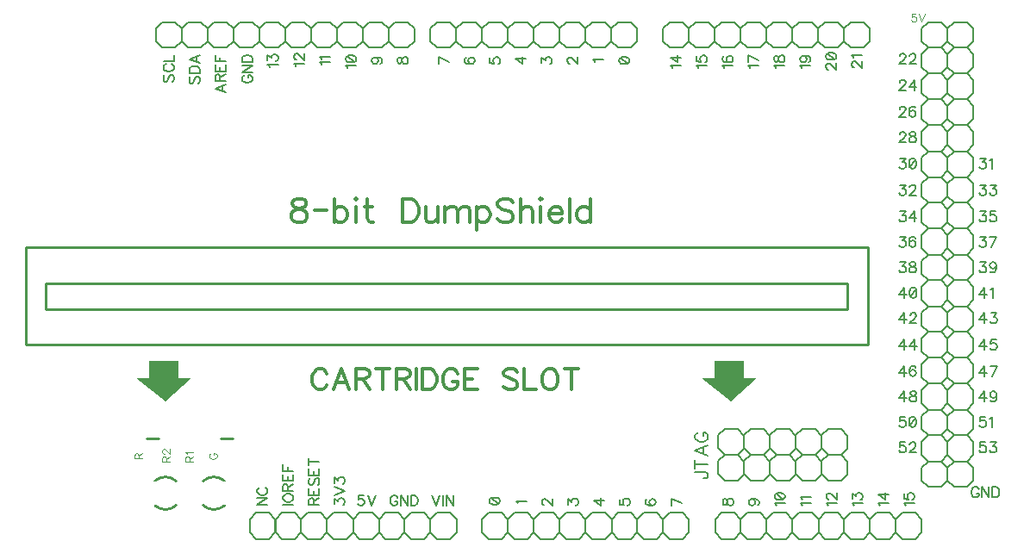
<source format=gto>
G04 DipTrace 3.2.0.1*
G04 top_silk.gto*
%MOIN*%
G04 #@! TF.FileFunction,Legend,Top*
G04 #@! TF.Part,Single*
%ADD10C,0.009843*%
%ADD14C,0.007874*%
%ADD40C,0.004632*%
%ADD41C,0.00772*%
%ADD42C,0.013895*%
%ADD44C,0.012351*%
%ADD45C,0.006176*%
%FSLAX26Y26*%
G04*
G70*
G90*
G75*
G01*
G04 TopSilk*
%LPD*%
X1304825Y830807D2*
D10*
X1257580D1*
X1017325D2*
X970080D1*
X1003143Y666701D2*
G02X1085375Y665567I40474J-47136D01*
G01*
X1003143Y570701D2*
G03X1085375Y571835I40474J47136D01*
G01*
X1271761Y570701D2*
G02X1189530Y571835I-40474J47136D01*
G01*
X1271761Y666701D2*
G03X1189530Y665567I-40474J-47136D01*
G01*
X3681154Y1431234D2*
Y1331196D1*
G36*
X3168831Y1131178D2*
X3281268D1*
Y1024961D1*
X3168831D1*
Y1131178D1*
G37*
X581467Y1431175D2*
D10*
Y1331314D1*
X3681154Y1331196D2*
X581467Y1331314D1*
X3681154Y1431234D2*
X581467Y1431175D1*
G36*
X981027Y1131178D2*
X1093464D1*
Y1024961D1*
X981027D1*
Y1131178D1*
G37*
G36*
X931163Y1062446D2*
X1043601Y974942D1*
X1143654Y1062446D1*
X931163D1*
G37*
G36*
X3118641D2*
X3231078Y974942D1*
X3331131Y1062446D1*
X3118641D1*
G37*
X503249Y1568995D2*
D10*
X3762304D1*
Y1194207D1*
X503249D1*
Y1568995D1*
X3306303Y867251D2*
D14*
X3356033D1*
X3381148Y842262D1*
Y792065D1*
X3356033Y767495D1*
X3306303D1*
X3280838Y792484D1*
Y842681D1*
X3305903Y867251D1*
X3206343D2*
X3256073D1*
X3281138Y842262D1*
Y792065D1*
X3256073Y767495D1*
X3206343D1*
X3180827Y792484D1*
Y842681D1*
X3205892Y867251D1*
X3406313D2*
X3456043D1*
X3481108Y842262D1*
Y792065D1*
X3456043Y767495D1*
X3406313D1*
X3380848Y792484D1*
Y842681D1*
X3405913Y867251D1*
X3506323D2*
X3556053D1*
X3581118Y842262D1*
Y792065D1*
X3556053Y767495D1*
X3506323D1*
X3480808Y792484D1*
Y842681D1*
X3505923Y867251D1*
X3606333D2*
X3656063D1*
X3681128Y842262D1*
Y792065D1*
X3656063Y767495D1*
X3606333D1*
X3580818Y792484D1*
Y842681D1*
X3605883Y867251D1*
X3206343Y767255D2*
X3256073D1*
X3281138Y742267D1*
Y692069D1*
X3256073Y667500D1*
X3206343D1*
X3180827Y692489D1*
Y742686D1*
X3205892Y767255D1*
X3306303D2*
X3356033D1*
X3381148Y742267D1*
Y692069D1*
X3356033Y667500D1*
X3306303D1*
X3280838Y692489D1*
Y742686D1*
X3305903Y767255D1*
X3406313D2*
X3456043D1*
X3481108Y742267D1*
Y692069D1*
X3456043Y667500D1*
X3406313D1*
X3380848Y692489D1*
Y742686D1*
X3405913Y767255D1*
X3506323D2*
X3556053D1*
X3581118Y742267D1*
Y692069D1*
X3556053Y667500D1*
X3506323D1*
X3480808Y692489D1*
Y742686D1*
X3505923Y767255D1*
X3606333D2*
X3656063D1*
X3681128Y742267D1*
Y692069D1*
X3656063Y667500D1*
X3606333D1*
X3580818Y692489D1*
Y742686D1*
X3605883Y767255D1*
X1494152Y542381D2*
X1543877D1*
X1568952Y517181D1*
Y467201D1*
X1544302Y442211D1*
X1494152D1*
X1469077Y467621D1*
Y517601D1*
X1493727Y542381D1*
X1393852D2*
X1444002D1*
X1468652Y517181D1*
Y467201D1*
X1444427Y442211D1*
X1393852D1*
X1369202Y467621D1*
Y517601D1*
X1393852Y542381D1*
X1131202Y2442251D2*
X1180927D1*
X1206427Y2417261D1*
Y2367071D1*
X1181352Y2342501D1*
X1131202D1*
X1106552Y2367491D1*
Y2417681D1*
X1131202Y2442251D1*
X1031327D2*
X1081052D1*
X1106127Y2417261D1*
Y2367071D1*
X1081477Y2342501D1*
X1031327D1*
X1006252Y2367491D1*
Y2417681D1*
X1030902Y2442251D1*
X4093877D2*
X4143177D1*
X4168677Y2417261D1*
Y2367071D1*
X4143602Y2342501D1*
X4093877D1*
X4068377Y2367491D1*
Y2417681D1*
X4093452Y2442251D1*
X1231502D2*
X1280802D1*
X1306302Y2417261D1*
Y2367071D1*
X1281227Y2342501D1*
X1231502D1*
X1206427Y2367491D1*
Y2417681D1*
X1231077Y2442251D1*
X1331377D2*
X1381102D1*
X1406602Y2417261D1*
Y2367071D1*
X1381527Y2342501D1*
X1331377D1*
X1306302Y2367491D1*
Y2417681D1*
X1331377Y2442251D1*
X1431252D2*
X1480977D1*
X1506052Y2417261D1*
Y2367071D1*
X1481402Y2342501D1*
X1431252D1*
X1406602Y2367491D1*
Y2417681D1*
X1430827Y2442251D1*
X1531552D2*
X1581277D1*
X1606352Y2417261D1*
Y2367071D1*
X1581277Y2342501D1*
X1531552D1*
X1506052Y2367491D1*
Y2417681D1*
X1531127Y2442251D1*
X1631427D2*
X1680727D1*
X1706227Y2417261D1*
Y2367071D1*
X1681577Y2342501D1*
X1631427D1*
X1606352Y2367491D1*
Y2417681D1*
X1631002Y2442251D1*
X1731727D2*
X1781027D1*
X1806527Y2417261D1*
Y2367071D1*
X1781452Y2342501D1*
X1731727D1*
X1706227Y2367491D1*
Y2417681D1*
X1731302Y2442251D1*
X1831177D2*
X1880902D1*
X1906402Y2417261D1*
Y2367071D1*
X1881752Y2342501D1*
X1831177D1*
X1806527Y2367491D1*
Y2417681D1*
X1831177Y2442251D1*
X1931477D2*
X1981202D1*
X2006277Y2417261D1*
Y2367071D1*
X1981627Y2342501D1*
X1931477D1*
X1906402Y2367491D1*
Y2417681D1*
X1931052Y2442251D1*
X2093827D2*
X2143552D1*
X2168627Y2417261D1*
Y2367071D1*
X2143552Y2342501D1*
X2093827D1*
X2068327Y2367491D1*
Y2417681D1*
X2093402Y2442251D1*
X3294027Y542381D2*
X3343752D1*
X3368827Y517181D1*
Y467201D1*
X3344177Y442211D1*
X3294027D1*
X3268952Y467621D1*
Y517601D1*
X3293602Y542381D1*
X3394327D2*
X3443627D1*
X3468702Y517181D1*
Y467201D1*
X3444052Y442211D1*
X3394327D1*
X3368827Y467621D1*
Y517601D1*
X3393477Y542381D1*
X3494202D2*
X3543502D1*
X3569002Y517181D1*
Y467201D1*
X3543927Y442211D1*
X3494202D1*
X3468702Y467621D1*
Y517601D1*
X3493777Y542381D1*
X3594077D2*
X3643802D1*
X3668877Y517181D1*
Y467201D1*
X3644227Y442211D1*
X3594077D1*
X3569002Y467621D1*
Y517601D1*
X3593652Y542381D1*
X3693952D2*
X3743677D1*
X3768752Y517181D1*
Y467201D1*
X3744102Y442211D1*
X3693952D1*
X3668877Y467621D1*
Y517601D1*
X3693527Y542381D1*
X3794252D2*
X3843977D1*
X3868627Y517181D1*
Y467201D1*
X3843977Y442211D1*
X3794252D1*
X3768752Y467621D1*
Y517601D1*
X3793827Y542381D1*
X3894127D2*
X3943427D1*
X3968927Y517181D1*
Y467201D1*
X3943852Y442211D1*
X3894127D1*
X3868627Y467621D1*
Y517601D1*
X3893702Y542381D1*
X2394302D2*
X2444027D1*
X2468677Y517181D1*
Y467201D1*
X2444027Y442211D1*
X2394302D1*
X2368802Y467621D1*
Y517601D1*
X2393452Y542381D1*
X2494177D2*
X2543902D1*
X2568977Y517181D1*
Y467201D1*
X2543902Y442211D1*
X2494177D1*
X2468677Y467621D1*
Y517601D1*
X2493752Y542381D1*
X2594477D2*
X2643777D1*
X2668852Y517181D1*
Y467201D1*
X2644202Y442211D1*
X2594477D1*
X2568977Y467621D1*
Y517601D1*
X2593627Y542381D1*
X2693927D2*
X2743652D1*
X2769152Y517181D1*
Y467201D1*
X2744077Y442211D1*
X2693927D1*
X2668852Y467621D1*
Y517601D1*
X2693927Y542381D1*
X2794227D2*
X2843952D1*
X2868602Y517181D1*
Y467201D1*
X2844377Y442211D1*
X2794227D1*
X2769152Y467621D1*
Y517601D1*
X2793802Y542381D1*
X2894102D2*
X2943827D1*
X2968902Y517181D1*
Y467201D1*
X2943827Y442211D1*
X2894102D1*
X2868602Y467621D1*
Y517601D1*
X2893677Y542381D1*
X2994402D2*
X3043702D1*
X3068777Y517181D1*
Y467201D1*
X3044127Y442211D1*
X2994402D1*
X2968902Y467621D1*
Y517601D1*
X2993552Y542381D1*
X3194152D2*
X3243877D1*
X3268952Y517181D1*
Y467201D1*
X3244302Y442211D1*
X3194152D1*
X3169077Y467621D1*
Y517601D1*
X3193727Y542381D1*
X3093852Y2442251D2*
X3143152D1*
X3168652Y2417261D1*
Y2367071D1*
X3143577Y2342501D1*
X3093852D1*
X3068352Y2367491D1*
Y2417681D1*
X3093427Y2442251D1*
X3193727D2*
X3243027D1*
X3268527Y2417261D1*
Y2367071D1*
X3243877Y2342501D1*
X3193727D1*
X3168652Y2367491D1*
Y2417681D1*
X3193302Y2442251D1*
X3293602D2*
X3343327D1*
X3368827Y2417261D1*
Y2367071D1*
X3343752Y2342501D1*
X3293602D1*
X3268527Y2367491D1*
Y2417681D1*
X3293602Y2442251D1*
X3393477D2*
X3443202D1*
X3468277Y2417261D1*
Y2367071D1*
X3443627Y2342501D1*
X3393477D1*
X3368827Y2367491D1*
Y2417681D1*
X3393052Y2442251D1*
X3493777D2*
X3543502D1*
X3568577Y2417261D1*
Y2367071D1*
X3543502Y2342501D1*
X3493777D1*
X3468277Y2367491D1*
Y2417681D1*
X3493352Y2442251D1*
X3593652D2*
X3642952D1*
X3668452Y2417261D1*
Y2367071D1*
X3643802Y2342501D1*
X3593652D1*
X3568577Y2367491D1*
Y2417681D1*
X3593227Y2442251D1*
X3693527D2*
X3743252D1*
X3768752Y2417261D1*
Y2367071D1*
X3743677Y2342501D1*
X3693527D1*
X3668452Y2367491D1*
Y2417681D1*
X3693527Y2442251D1*
X3993577D2*
X4043302D1*
X4068377Y2417261D1*
Y2367071D1*
X4043727Y2342501D1*
X3993577D1*
X3968502Y2367491D1*
Y2417681D1*
X3993152Y2442251D1*
X1694327Y542381D2*
X1743627D1*
X1769127Y517181D1*
Y467201D1*
X1744052Y442211D1*
X1694327D1*
X1668827Y467621D1*
Y517601D1*
X1693902Y542381D1*
X1793777D2*
X1843927D1*
X1869002Y517181D1*
Y467201D1*
X1844352Y442211D1*
X1793777D1*
X1769127Y467621D1*
Y517601D1*
X1793777Y542381D1*
X1894077D2*
X1943802D1*
X1968877Y517181D1*
Y467201D1*
X1944227Y442211D1*
X1894077D1*
X1869002Y467621D1*
Y517601D1*
X1893652Y542381D1*
X1993952D2*
X2043677D1*
X2068752Y517181D1*
Y467201D1*
X2044102Y442211D1*
X1993952D1*
X1968877Y467621D1*
Y517601D1*
X1993527Y542381D1*
X2094252D2*
X2143552D1*
X2169052Y517181D1*
Y467201D1*
X2143977Y442211D1*
X2094252D1*
X2068752Y467621D1*
Y517601D1*
X2093827Y542381D1*
X2294002D2*
X2343727D1*
X2368802Y517181D1*
Y467201D1*
X2344152Y442211D1*
X2294002D1*
X2268927Y467621D1*
Y517601D1*
X2293577Y542381D1*
X2193702Y2442251D2*
X2243002D1*
X2268502Y2417261D1*
Y2367071D1*
X2243427Y2342501D1*
X2193702D1*
X2168627Y2367491D1*
Y2417681D1*
X2193277Y2442251D1*
X2293577D2*
X2343302D1*
X2368802Y2417261D1*
Y2367071D1*
X2343727Y2342501D1*
X2293577D1*
X2268502Y2367491D1*
Y2417681D1*
X2293577Y2442251D1*
X2393452D2*
X2443177D1*
X2468677Y2417261D1*
Y2367071D1*
X2443602Y2342501D1*
X2393452D1*
X2368802Y2367491D1*
Y2417681D1*
X2393452Y2442251D1*
X2493752D2*
X2543477D1*
X2568552Y2417261D1*
Y2367071D1*
X2543902Y2342501D1*
X2493752D1*
X2468677Y2367491D1*
Y2417681D1*
X2493327Y2442251D1*
X2593627D2*
X2643352D1*
X2668427Y2417261D1*
Y2367071D1*
X2643352Y2342501D1*
X2593627D1*
X2568552Y2367491D1*
Y2417681D1*
X2593202Y2442251D1*
X2693927D2*
X2743227D1*
X2768727Y2417261D1*
Y2367071D1*
X2743652Y2342501D1*
X2693927D1*
X2668427Y2367491D1*
Y2417681D1*
X2693502Y2442251D1*
X2793802D2*
X2843102D1*
X2868602Y2417261D1*
Y2367071D1*
X2843952Y2342501D1*
X2793802D1*
X2768727Y2367491D1*
Y2417681D1*
X2793377Y2442251D1*
X2993552D2*
X3043277D1*
X3068352Y2417261D1*
Y2367071D1*
X3043702Y2342501D1*
X2993552D1*
X2968477Y2367491D1*
Y2417681D1*
X2993127Y2442251D1*
X4093877Y2342501D2*
X4143177D1*
X4168677Y2317091D1*
Y2267111D1*
X4143602Y2242331D1*
X4093877D1*
X4068377Y2267531D1*
Y2317511D1*
X4093452Y2342501D1*
X3993577D2*
X4043302D1*
X4068377Y2317091D1*
Y2267111D1*
X4043727Y2242331D1*
X3993577D1*
X3968502Y2267531D1*
Y2317511D1*
X3993152Y2342501D1*
X4093877Y2242331D2*
X4143177D1*
X4168677Y2217131D1*
Y2167151D1*
X4143602Y2142371D1*
X4093877D1*
X4068377Y2167571D1*
Y2217551D1*
X4093452Y2242331D1*
X3993577D2*
X4043302D1*
X4068377Y2217131D1*
Y2167151D1*
X4043727Y2142371D1*
X3993577D1*
X3968502Y2167571D1*
Y2217551D1*
X3993152Y2242331D1*
X4093877Y2142371D2*
X4143177D1*
X4168677Y2117171D1*
Y2066981D1*
X4143602Y2042411D1*
X4093877D1*
X4068377Y2067401D1*
Y2117591D1*
X4093452Y2142371D1*
X3993577D2*
X4043302D1*
X4068377Y2117171D1*
Y2066981D1*
X4043727Y2042411D1*
X3993577D1*
X3968502Y2067401D1*
Y2117591D1*
X3993152Y2142371D1*
X4093877Y2042411D2*
X4143177D1*
X4168677Y2017211D1*
Y1967231D1*
X4143602Y1942241D1*
X4093877D1*
X4068377Y1967651D1*
Y2017631D1*
X4093452Y2042411D1*
X3993577D2*
X4043302D1*
X4068377Y2017211D1*
Y1967231D1*
X4043727Y1942241D1*
X3993577D1*
X3968502Y1967651D1*
Y2017631D1*
X3993152Y2042411D1*
X4093877Y1942241D2*
X4143177D1*
X4168677Y1917041D1*
Y1867061D1*
X4143602Y1842281D1*
X4093877D1*
X4068377Y1867481D1*
Y1917461D1*
X4093452Y1942241D1*
X3993577D2*
X4043302D1*
X4068377Y1917041D1*
Y1867061D1*
X4043727Y1842281D1*
X3993577D1*
X3968502Y1867481D1*
Y1917461D1*
X3993152Y1942241D1*
X4093877Y1842281D2*
X4143177D1*
X4168677Y1817291D1*
Y1767101D1*
X4143602Y1742321D1*
X4093877D1*
X4068377Y1767521D1*
Y1817711D1*
X4093452Y1842281D1*
X3993577D2*
X4043302D1*
X4068377Y1817291D1*
Y1767101D1*
X4043727Y1742321D1*
X3993577D1*
X3968502Y1767521D1*
Y1817711D1*
X3993152Y1842281D1*
X4093877Y1742321D2*
X4143177D1*
X4168677Y1717121D1*
Y1667141D1*
X4143602Y1642361D1*
X4093877D1*
X4068377Y1667561D1*
Y1717541D1*
X4093452Y1742321D1*
X3993577D2*
X4043302D1*
X4068377Y1717121D1*
Y1667141D1*
X4043727Y1642361D1*
X3993577D1*
X3968502Y1667561D1*
Y1717541D1*
X3993152Y1742321D1*
X4093877Y1642361D2*
X4143177D1*
X4168677Y1617161D1*
Y1567181D1*
X4143602Y1542191D1*
X4093877D1*
X4068377Y1567601D1*
Y1617371D1*
X4093452Y1642361D1*
X3993577D2*
X4043302D1*
X4068377Y1617161D1*
Y1567181D1*
X4043727Y1542191D1*
X3993577D1*
X3968502Y1567601D1*
Y1617371D1*
X3993152Y1642361D1*
X4093877Y1542191D2*
X4143177D1*
X4168677Y1517201D1*
Y1467011D1*
X4143602Y1442441D1*
X4093877D1*
X4068377Y1467431D1*
Y1517621D1*
X4093452Y1542191D1*
X3993577D2*
X4043302D1*
X4068377Y1517201D1*
Y1467011D1*
X4043727Y1442441D1*
X3993577D1*
X3968502Y1467431D1*
Y1517621D1*
X3993152Y1542191D1*
X4093877Y1442441D2*
X4143177D1*
X4168677Y1417031D1*
Y1367261D1*
X4143602Y1342271D1*
X4093877D1*
X4068377Y1367681D1*
Y1417451D1*
X4093452Y1442441D1*
X3993577D2*
X4043302D1*
X4068377Y1417031D1*
Y1367261D1*
X4043727Y1342271D1*
X3993577D1*
X3968502Y1367681D1*
Y1417451D1*
X3993152Y1442441D1*
X4093877Y1342271D2*
X4143177D1*
X4168677Y1317071D1*
Y1267091D1*
X4143602Y1242311D1*
X4093877D1*
X4068377Y1267511D1*
Y1317491D1*
X4093452Y1342271D1*
X3993577D2*
X4043302D1*
X4068377Y1317071D1*
Y1267091D1*
X4043727Y1242311D1*
X3993577D1*
X3968502Y1267511D1*
Y1317491D1*
X3993152Y1342271D1*
X4093877Y1242311D2*
X4143177D1*
X4168677Y1217111D1*
Y1167131D1*
X4143602Y1142351D1*
X4093877D1*
X4068377Y1167551D1*
Y1217531D1*
X4093452Y1242311D1*
X3993577D2*
X4043302D1*
X4068377Y1217111D1*
Y1167131D1*
X4043727Y1142351D1*
X3993577D1*
X3968502Y1167551D1*
Y1217531D1*
X3993152Y1242311D1*
X4093877Y1142351D2*
X4143177D1*
X4168677Y1117151D1*
Y1067171D1*
X4143602Y1042391D1*
X4093877D1*
X4068377Y1067591D1*
Y1117571D1*
X4093452Y1142351D1*
X3993577D2*
X4043302D1*
X4068377Y1117151D1*
Y1067171D1*
X4043727Y1042391D1*
X3993577D1*
X3968502Y1067591D1*
Y1117571D1*
X3993152Y1142351D1*
X4093877Y1042391D2*
X4143177D1*
X4168677Y1017191D1*
Y967211D1*
X4143602Y942221D1*
X4093877D1*
X4068377Y967421D1*
Y1017401D1*
X4093452Y1042391D1*
X3993577D2*
X4043302D1*
X4068377Y1017191D1*
Y967211D1*
X4043727Y942221D1*
X3993577D1*
X3968502Y967421D1*
Y1017401D1*
X3993152Y1042391D1*
X4093877Y942221D2*
X4143177D1*
X4168677Y917231D1*
Y867251D1*
X4143602Y842471D1*
X4093877D1*
X4068377Y867461D1*
Y917651D1*
X4093452Y942221D1*
X3993577D2*
X4043302D1*
X4068377Y917231D1*
Y867251D1*
X4043727Y842471D1*
X3993577D1*
X3968502Y867461D1*
Y917651D1*
X3993152Y942221D1*
X4093877Y842471D2*
X4143177D1*
X4168677Y817061D1*
Y767081D1*
X4143602Y742301D1*
X4093877D1*
X4068377Y767501D1*
Y817481D1*
X4093452Y842471D1*
X3993577D2*
X4043302D1*
X4068377Y817061D1*
Y767081D1*
X4043727Y742301D1*
X3993577D1*
X3968502Y767501D1*
Y817481D1*
X3993152Y842471D1*
X4093877Y742301D2*
X4143177D1*
X4168677Y717311D1*
Y667121D1*
X4143602Y642551D1*
X4093877D1*
X4068377Y667541D1*
Y717521D1*
X4093452Y742301D1*
X3993577D2*
X4043302D1*
X4068377Y717311D1*
Y667121D1*
X4043727Y642551D1*
X3993577D1*
X3968502Y667541D1*
Y717521D1*
X3993152Y742301D1*
X1594027Y542381D2*
X1643752D1*
X1668827Y517181D1*
Y467201D1*
X1644177Y442211D1*
X1594027D1*
X1568952Y467621D1*
Y517601D1*
X1593602Y542381D1*
X1219825Y773359D2*
D40*
X1216973Y771934D1*
X1214088Y769048D1*
X1212662Y766197D1*
Y760460D1*
X1214088Y757575D1*
X1216973Y754723D1*
X1219825Y753264D1*
X1224136Y751838D1*
X1231332D1*
X1235610Y753264D1*
X1238495Y754723D1*
X1241347Y757575D1*
X1242806Y760460D1*
Y766197D1*
X1241347Y769048D1*
X1238495Y771933D1*
X1235610Y773359D1*
X1231332D1*
Y766197D1*
X939521Y752551D2*
Y765450D1*
X938062Y769761D1*
X936636Y771221D1*
X933784Y772647D1*
X930899D1*
X928047Y771221D1*
X926588Y769761D1*
X925162Y765450D1*
Y752551D1*
X955306D1*
X939521Y762599D2*
X955306Y772646D1*
X1135879Y741959D2*
Y754858D1*
X1134420Y759169D1*
X1132994Y760629D1*
X1130142Y762054D1*
X1127257Y762055D1*
X1124405Y760629D1*
X1122946Y759169D1*
X1121520Y754858D1*
Y741959D1*
X1151664D1*
X1135879Y752007D2*
X1151664Y762054D1*
X1127290Y771318D2*
X1125831Y774203D1*
X1121553Y778514D1*
X1151664D1*
X1046411Y741414D2*
Y754314D1*
X1044952Y758625D1*
X1043526Y760084D1*
X1040674Y761510D1*
X1037789D1*
X1034937Y760084D1*
X1033478Y758625D1*
X1032052Y754314D1*
Y741414D1*
X1062196D1*
X1046411Y751462D2*
X1062196Y761510D1*
X1039248Y772233D2*
X1037822D1*
X1034937Y773659D1*
X1033511Y775085D1*
X1032085Y777970D1*
Y783707D1*
X1033511Y786559D1*
X1034937Y787984D1*
X1037822Y789444D1*
X1040674D1*
X1043559Y787984D1*
X1047837Y785133D1*
X1062196Y770774D1*
Y790870D1*
X3092027Y699944D2*
D41*
X3130274D1*
X3137459Y697567D1*
X3139835Y695135D1*
X3142267Y690382D1*
Y685574D1*
X3139835Y680821D1*
X3137459Y678444D1*
X3130273Y676012D1*
X3125520D1*
X3092027Y732130D2*
X3142267D1*
X3092027Y715383D2*
Y748876D1*
X3142267Y802617D2*
X3092027Y783439D1*
X3142267Y764316D1*
X3125520Y771501D2*
Y795432D1*
X3103965Y853927D2*
X3099212Y851550D1*
X3094404Y846742D1*
X3092027Y841988D1*
Y832427D1*
X3094404Y827618D1*
X3099212Y822865D1*
X3103965Y820433D1*
X3111150Y818057D1*
X3123144D1*
X3130273Y820433D1*
X3135082Y822865D1*
X3139835Y827618D1*
X3142267Y832427D1*
Y841988D1*
X3139835Y846742D1*
X3135082Y851550D1*
X3130273Y853927D1*
X3123144D1*
Y841988D1*
X1552691Y1757523D2*
D42*
X1539857Y1753245D1*
X1535480Y1744690D1*
Y1736034D1*
X1539857Y1727479D1*
X1548413Y1723101D1*
X1565624Y1718823D1*
X1578557Y1714546D1*
X1587113Y1705890D1*
X1591391Y1697335D1*
Y1684402D1*
X1587113Y1675846D1*
X1582835Y1671469D1*
X1569902Y1667191D1*
X1552691D1*
X1539857Y1671469D1*
X1535480Y1675846D1*
X1531202Y1684402D1*
Y1697335D1*
X1535480Y1705890D1*
X1544135Y1714546D1*
X1556969Y1718823D1*
X1574180Y1723101D1*
X1582835Y1727479D1*
X1587113Y1736034D1*
Y1744690D1*
X1582835Y1753245D1*
X1569902Y1757523D1*
X1552691D1*
X1619181Y1712357D2*
X1668924D1*
X1696715Y1757623D2*
Y1667191D1*
Y1714546D2*
X1705370Y1723201D1*
X1713926Y1727479D1*
X1726859D1*
X1735414Y1723201D1*
X1744070Y1714546D1*
X1748347Y1701613D1*
Y1693057D1*
X1744070Y1680124D1*
X1735414Y1671568D1*
X1726859Y1667191D1*
X1713926D1*
X1705370Y1671568D1*
X1696715Y1680124D1*
X1776138Y1757623D2*
X1780416Y1753345D1*
X1784793Y1757623D1*
X1780416Y1762000D1*
X1776138Y1757623D1*
X1780416Y1727479D2*
Y1667191D1*
X1825517Y1757623D2*
Y1684402D1*
X1829795Y1671568D1*
X1838450Y1667191D1*
X1847006D1*
X1812584Y1727479D2*
X1842728D1*
X1962278Y1757623D2*
Y1667191D1*
X1992422D1*
X2005355Y1671568D1*
X2014010Y1680124D1*
X2018288Y1688779D1*
X2022566Y1701613D1*
Y1723201D1*
X2018288Y1736134D1*
X2014010Y1744690D1*
X2005355Y1753345D1*
X1992422Y1757623D1*
X1962278D1*
X2050357Y1727479D2*
Y1684402D1*
X2054635Y1671568D1*
X2063290Y1667191D1*
X2076223D1*
X2084779Y1671568D1*
X2097712Y1684402D1*
Y1727479D2*
Y1667191D1*
X2125502Y1727479D2*
Y1667191D1*
Y1710268D2*
X2138435Y1723201D1*
X2147091Y1727479D1*
X2159924D1*
X2168579Y1723201D1*
X2172857Y1710268D1*
Y1667191D1*
Y1710268D2*
X2185790Y1723201D1*
X2194446Y1727479D1*
X2207279D1*
X2215934Y1723201D1*
X2220312Y1710268D1*
Y1667191D1*
X2248102Y1727479D2*
Y1637047D1*
Y1714546D2*
X2256758Y1723101D1*
X2265313Y1727479D1*
X2278246D1*
X2286902Y1723101D1*
X2295457Y1714546D1*
X2299835Y1701613D1*
Y1692957D1*
X2295457Y1680124D1*
X2286902Y1671469D1*
X2278246Y1667191D1*
X2265313D1*
X2256758Y1671469D1*
X2248102Y1680124D1*
X2387913Y1744690D2*
X2379358Y1753345D1*
X2366425Y1757623D1*
X2349214D1*
X2336281Y1753345D1*
X2327625Y1744690D1*
Y1736134D1*
X2332003Y1727479D1*
X2336281Y1723201D1*
X2344836Y1718923D1*
X2370702Y1710268D1*
X2379358Y1705990D1*
X2383635Y1701613D1*
X2387913Y1693057D1*
Y1680124D1*
X2379358Y1671568D1*
X2366425Y1667191D1*
X2349214D1*
X2336281Y1671568D1*
X2327625Y1680124D1*
X2415704Y1757623D2*
Y1667191D1*
Y1710268D2*
X2428637Y1723201D1*
X2437292Y1727479D1*
X2450225D1*
X2458781Y1723201D1*
X2463059Y1710268D1*
Y1667191D1*
X2490850Y1757623D2*
X2495127Y1753345D1*
X2499505Y1757623D1*
X2495127Y1762000D1*
X2490850Y1757623D1*
X2495127Y1727479D2*
Y1667191D1*
X2527295Y1701613D2*
X2578928D1*
Y1710268D1*
X2574650Y1718923D1*
X2570373Y1723201D1*
X2561717Y1727479D1*
X2548784D1*
X2540229Y1723201D1*
X2531573Y1714546D1*
X2527295Y1701613D1*
Y1693057D1*
X2531573Y1680124D1*
X2540229Y1671568D1*
X2548784Y1667191D1*
X2561717D1*
X2570373Y1671568D1*
X2578928Y1680124D1*
X2606719Y1757623D2*
Y1667191D1*
X2686142Y1757623D2*
Y1667191D1*
Y1714546D2*
X2677587Y1723201D1*
X2668931Y1727479D1*
X2655998D1*
X2647443Y1723201D1*
X2638787Y1714546D1*
X2634510Y1701613D1*
Y1693057D1*
X2638787Y1680124D1*
X2647443Y1671568D1*
X2655998Y1667191D1*
X2668931D1*
X2677587Y1671568D1*
X2686142Y1680124D1*
X1668703Y1081022D2*
D44*
X1664901Y1088627D1*
X1657207Y1096321D1*
X1649602Y1100123D1*
X1634304D1*
X1626610Y1096321D1*
X1619005Y1088627D1*
X1615114Y1081022D1*
X1611312Y1069526D1*
Y1050336D1*
X1615114Y1038929D1*
X1619005Y1031235D1*
X1626610Y1023630D1*
X1634304Y1019739D1*
X1649602D1*
X1657207Y1023630D1*
X1664901Y1031235D1*
X1668703Y1038929D1*
X1754689Y1019739D2*
X1724003Y1100123D1*
X1693406Y1019739D1*
X1704902Y1046534D2*
X1743193D1*
X1779392Y1061832D2*
X1813792D1*
X1825288Y1065723D1*
X1829179Y1069526D1*
X1832981Y1077131D1*
Y1084824D1*
X1829179Y1092430D1*
X1825288Y1096321D1*
X1813792Y1100123D1*
X1779392D1*
Y1019739D1*
X1806187Y1061832D2*
X1832981Y1019739D1*
X1884479Y1100123D2*
Y1019739D1*
X1857684Y1100123D2*
X1911273D1*
X1935976Y1061832D2*
X1970376D1*
X1981872Y1065723D1*
X1985763Y1069526D1*
X1989566Y1077131D1*
Y1084824D1*
X1985763Y1092430D1*
X1981872Y1096321D1*
X1970376Y1100123D1*
X1935976D1*
Y1019739D1*
X1962771Y1061832D2*
X1989566Y1019739D1*
X2014268Y1100123D2*
Y1019739D1*
X2038971Y1100123D2*
Y1019739D1*
X2065766D1*
X2077262Y1023630D1*
X2084955Y1031235D1*
X2088758Y1038929D1*
X2092560Y1050336D1*
Y1069526D1*
X2088758Y1081022D1*
X2084955Y1088627D1*
X2077262Y1096321D1*
X2065766Y1100123D1*
X2038971D1*
X2174655Y1081022D2*
X2170853Y1088627D1*
X2163159Y1096321D1*
X2155554Y1100123D1*
X2140255D1*
X2132562Y1096321D1*
X2124957Y1088627D1*
X2121066Y1081022D1*
X2117263Y1069526D1*
Y1050336D1*
X2121066Y1038929D1*
X2124957Y1031235D1*
X2132562Y1023630D1*
X2140255Y1019739D1*
X2155554D1*
X2163159Y1023630D1*
X2170853Y1031235D1*
X2174655Y1038929D1*
Y1050336D1*
X2155554D1*
X2249056Y1100123D2*
X2199358D1*
Y1019739D1*
X2249056D1*
X2199358Y1061832D2*
X2229955D1*
X2405110Y1088627D2*
X2397505Y1096321D1*
X2386009Y1100123D1*
X2370710D1*
X2359214Y1096321D1*
X2351521Y1088627D1*
Y1081022D1*
X2355412Y1073328D1*
X2359214Y1069526D1*
X2366819Y1065723D1*
X2389811Y1058030D1*
X2397505Y1054227D1*
X2401307Y1050336D1*
X2405110Y1042731D1*
Y1031235D1*
X2397505Y1023630D1*
X2386009Y1019739D1*
X2370710D1*
X2359214Y1023630D1*
X2351521Y1031235D1*
X2429813Y1100123D2*
Y1019739D1*
X2475709D1*
X2523404Y1100123D2*
X2515710Y1096321D1*
X2508105Y1088627D1*
X2504214Y1081022D1*
X2500411Y1069526D1*
Y1050336D1*
X2504214Y1038929D1*
X2508105Y1031235D1*
X2515710Y1023630D1*
X2523404Y1019739D1*
X2538702D1*
X2546307Y1023630D1*
X2554001Y1031235D1*
X2557803Y1038929D1*
X2561606Y1050336D1*
Y1069526D1*
X2557803Y1081022D1*
X2554001Y1088627D1*
X2546307Y1096321D1*
X2538702Y1100123D1*
X2523404D1*
X2613103D2*
Y1019739D1*
X2586309Y1100123D2*
X2639898D1*
X1498369Y572979D2*
D45*
X1538561D1*
X1498369Y596826D2*
X1500270Y592979D1*
X1504117Y589177D1*
X1507920Y587231D1*
X1513668Y585330D1*
X1523262D1*
X1528966Y587231D1*
X1532813Y589177D1*
X1536616Y592979D1*
X1538561Y596826D1*
Y604475D1*
X1536616Y608278D1*
X1532813Y612125D1*
X1528966Y614026D1*
X1523263Y615927D1*
X1513668D1*
X1507920Y614026D1*
X1504117Y612125D1*
X1500270Y608278D1*
X1498369Y604475D1*
Y596826D1*
X1517514Y628279D2*
Y645479D1*
X1515569Y651227D1*
X1513668Y653172D1*
X1509865Y655073D1*
X1506018D1*
X1502216Y653172D1*
X1500270Y651227D1*
X1498369Y645479D1*
Y628279D1*
X1538561D1*
X1517514Y641676D2*
X1538561Y655073D1*
X1498369Y692274D2*
Y667425D1*
X1538561D1*
Y692274D1*
X1517514Y667425D2*
Y682723D1*
X1498369Y729519D2*
Y704625D1*
X1538561D1*
X1517514D2*
Y719924D1*
X1398494Y599773D2*
X1438686D1*
X1398494Y572979D1*
X1438686D1*
X1408045Y640821D2*
X1404242Y638919D1*
X1400395Y635073D1*
X1398494Y631270D1*
Y623621D1*
X1400395Y619774D1*
X1404242Y615972D1*
X1408045Y614026D1*
X1413793Y612125D1*
X1423388D1*
X1429091Y614026D1*
X1432938Y615971D1*
X1436741Y619774D1*
X1438686Y623621D1*
Y631270D1*
X1436741Y635073D1*
X1432938Y638919D1*
X1429091Y640821D1*
X1142017Y2231893D2*
X1138170Y2228091D1*
X1136269Y2222343D1*
Y2214694D1*
X1138170Y2208946D1*
X1142017Y2205099D1*
X1145820D1*
X1149666Y2207044D1*
X1151568Y2208946D1*
X1153469Y2212748D1*
X1157316Y2224244D1*
X1159217Y2228091D1*
X1161163Y2229992D1*
X1164965Y2231893D1*
X1170713D1*
X1174516Y2228091D1*
X1176461Y2222343D1*
Y2214694D1*
X1174516Y2208946D1*
X1170713Y2205099D1*
X1136269Y2244245D2*
X1176461D1*
Y2257642D1*
X1174516Y2263390D1*
X1170713Y2267237D1*
X1166866Y2269138D1*
X1161163Y2271039D1*
X1151568D1*
X1145820Y2269138D1*
X1142017Y2267237D1*
X1138170Y2263390D1*
X1136269Y2257642D1*
Y2244245D1*
X1176461Y2314032D2*
X1136269Y2298689D1*
X1176461Y2283391D1*
X1163064Y2289139D2*
Y2308284D1*
X1042142Y2238193D2*
X1038295Y2234391D1*
X1036394Y2228643D1*
Y2220994D1*
X1038295Y2215246D1*
X1042142Y2211399D1*
X1045945D1*
X1049791Y2213344D1*
X1051693Y2215246D1*
X1053594Y2219048D1*
X1057441Y2230544D1*
X1059342Y2234391D1*
X1061288Y2236292D1*
X1065090Y2238193D1*
X1070838D1*
X1074641Y2234391D1*
X1076586Y2228643D1*
Y2220994D1*
X1074641Y2215246D1*
X1070838Y2211399D1*
X1045945Y2279241D2*
X1042142Y2277339D1*
X1038295Y2273493D1*
X1036394Y2269690D1*
Y2262041D1*
X1038295Y2258194D1*
X1042142Y2254392D1*
X1045945Y2252446D1*
X1051693Y2250545D1*
X1061288D1*
X1066991Y2252446D1*
X1070838Y2254391D1*
X1074641Y2258194D1*
X1076586Y2262041D1*
Y2269690D1*
X1074641Y2273493D1*
X1070838Y2277339D1*
X1066991Y2279241D1*
X1036394Y2291592D2*
X1076586D1*
Y2314540D1*
X1810038Y610670D2*
X1790937D1*
X1789035Y593470D1*
X1790937Y595371D1*
X1796685Y597316D1*
X1802389D1*
X1808137Y595371D1*
X1811983Y591568D1*
X1813885Y585820D1*
Y582018D1*
X1811983Y576270D1*
X1808137Y572423D1*
X1802389Y570522D1*
X1796685D1*
X1790937Y572423D1*
X1789035Y574369D1*
X1787090Y578171D1*
X1826236Y610714D2*
X1841535Y570522D1*
X1856833Y610714D1*
X1941586Y601163D2*
X1939685Y604966D1*
X1935838Y608813D1*
X1932035Y610714D1*
X1924386D1*
X1920539Y608813D1*
X1916737Y604966D1*
X1914791Y601163D1*
X1912890Y595415D1*
Y585820D1*
X1914791Y580117D1*
X1916737Y576270D1*
X1920539Y572467D1*
X1924386Y570522D1*
X1932035D1*
X1935838Y572467D1*
X1939685Y576270D1*
X1941586Y580117D1*
Y585820D1*
X1932035D1*
X1980732Y610714D2*
Y570522D1*
X1953937Y610714D1*
Y570522D1*
X1993083Y610714D2*
Y570522D1*
X2006481D1*
X2012229Y572467D1*
X2016075Y576270D1*
X2017977Y580117D1*
X2019878Y585820D1*
Y595415D1*
X2017977Y601163D1*
X2016075Y604966D1*
X2012229Y608813D1*
X2006481Y610714D1*
X1993083D1*
X2074390D2*
X2089689Y570522D1*
X2104987Y610714D1*
X2117339D2*
Y570522D1*
X2156485Y610714D2*
Y570522D1*
X2129690Y610714D1*
Y570522D1*
X1696888Y576826D2*
Y597828D1*
X1712187Y586376D1*
Y592124D1*
X1714088Y595927D1*
X1715989Y597828D1*
X1721738Y599773D1*
X1725540D1*
X1731288Y597828D1*
X1735135Y594025D1*
X1737036Y588277D1*
Y582529D1*
X1735135Y576826D1*
X1733189Y574924D1*
X1729387Y572979D1*
X1696844Y612125D2*
X1737036Y627423D1*
X1696844Y642722D1*
X1696888Y658920D2*
Y679923D1*
X1712187Y668471D1*
Y674219D1*
X1714088Y678021D1*
X1715989Y679923D1*
X1721737Y681868D1*
X1725540D1*
X1731288Y679923D1*
X1735135Y676120D1*
X1737036Y670372D1*
Y664624D1*
X1735135Y658920D1*
X1733189Y657019D1*
X1729387Y655073D1*
X1617814Y572979D2*
Y590179D1*
X1615869Y595927D1*
X1613968Y597872D1*
X1610165Y599773D1*
X1606318D1*
X1602516Y597872D1*
X1600570Y595927D1*
X1598669Y590179D1*
Y572979D1*
X1638861D1*
X1617814Y586376D2*
X1638861Y599773D1*
X1598669Y636974D2*
Y612125D1*
X1638861D1*
Y636974D1*
X1617814Y612125D2*
Y627423D1*
X1604417Y676120D2*
X1600570Y672317D1*
X1598669Y666569D1*
Y658920D1*
X1600570Y653172D1*
X1604417Y649325D1*
X1608220D1*
X1612066Y651271D1*
X1613968Y653172D1*
X1615869Y656975D1*
X1619716Y668471D1*
X1621617Y672317D1*
X1623562Y674219D1*
X1627365Y676120D1*
X1633113D1*
X1636916Y672317D1*
X1638861Y666569D1*
Y658920D1*
X1636916Y653172D1*
X1633113Y649325D1*
X1598669Y713321D2*
Y688471D1*
X1638861D1*
Y713321D1*
X1617814Y688471D2*
Y703770D1*
X1598669Y739069D2*
X1638861D1*
X1598669Y725672D2*
Y752467D1*
X1446563Y2268519D2*
X1444617Y2272366D1*
X1438913Y2278114D1*
X1479061D1*
X1438913Y2294312D2*
Y2315314D1*
X1454212Y2303862D1*
Y2309610D1*
X1456113Y2313413D1*
X1458014Y2315314D1*
X1463763Y2317260D1*
X1467565D1*
X1473313Y2315314D1*
X1477160Y2311511D1*
X1479061Y2305763D1*
Y2300015D1*
X1477160Y2294312D1*
X1475214Y2292410D1*
X1471412Y2290465D1*
X1548563Y2272299D2*
X1546617Y2276146D1*
X1540913Y2281894D1*
X1581061D1*
X1550464Y2296190D2*
X1548563D1*
X1544716Y2298092D1*
X1542815Y2299993D1*
X1540913Y2303840D1*
Y2311489D1*
X1542815Y2315292D1*
X1544716Y2317193D1*
X1548563Y2319138D1*
X1552365D1*
X1556212Y2317193D1*
X1561916Y2313390D1*
X1581061Y2294245D1*
Y2321040D1*
X1648438Y2276289D2*
X1646492Y2280136D1*
X1640788Y2285884D1*
X1680936D1*
X1648438Y2298235D2*
X1646492Y2302082D1*
X1640788Y2307830D1*
X1680936D1*
X1748738Y2264319D2*
X1746792Y2268166D1*
X1741088Y2273914D1*
X1781236D1*
X1741088Y2297761D2*
X1742990Y2292013D1*
X1748738Y2288166D1*
X1758288Y2286265D1*
X1764036D1*
X1773587Y2288166D1*
X1779335Y2292013D1*
X1781236Y2297761D1*
Y2301563D1*
X1779335Y2307311D1*
X1773587Y2311114D1*
X1764036Y2313060D1*
X1758288D1*
X1748738Y2311114D1*
X1742990Y2307312D1*
X1741088Y2301564D1*
Y2297761D1*
X1748738Y2311114D2*
X1773587Y2288166D1*
X1854316Y2304962D2*
X1860064Y2303017D1*
X1863911Y2299214D1*
X1865812Y2293466D1*
Y2291565D1*
X1863911Y2285817D1*
X1860064Y2282014D1*
X1854316Y2280069D1*
X1852415D1*
X1846667Y2282014D1*
X1842865Y2285817D1*
X1840963Y2291565D1*
Y2293466D1*
X1842865Y2299214D1*
X1846667Y2303017D1*
X1854316Y2304962D1*
X1863911D1*
X1873462Y2303017D1*
X1879210Y2299214D1*
X1881111Y2293466D1*
Y2289664D1*
X1879210Y2283916D1*
X1875363Y2282014D1*
X1940838Y2289619D2*
X1942740Y2283916D1*
X1946542Y2281970D1*
X1950389D1*
X1954191Y2283916D1*
X1956137Y2287718D1*
X1958038Y2295367D1*
X1959939Y2301115D1*
X1963786Y2304918D1*
X1967589Y2306819D1*
X1973337D1*
X1977139Y2304918D1*
X1979085Y2303017D1*
X1980986Y2297269D1*
Y2289619D1*
X1979085Y2283916D1*
X1977139Y2281970D1*
X1973337Y2280069D1*
X1967589D1*
X1963786Y2281970D1*
X1959939Y2285817D1*
X1958038Y2291521D1*
X1956137Y2299170D1*
X1954191Y2303017D1*
X1950389Y2304918D1*
X1946542D1*
X1942740Y2303017D1*
X1940838Y2297269D1*
Y2289619D1*
X2140361Y2287718D2*
X2100213Y2306863D1*
Y2280069D1*
X2205792Y2303017D2*
X2201990Y2301115D1*
X2200088Y2295367D1*
Y2291565D1*
X2201990Y2285817D1*
X2207738Y2281970D1*
X2217288Y2280069D1*
X2226839D1*
X2234488Y2281970D1*
X2238335Y2285817D1*
X2240236Y2291565D1*
Y2293466D1*
X2238335Y2299170D1*
X2234488Y2303017D1*
X2228740Y2304918D1*
X2226839D1*
X2221091Y2303017D1*
X2217288Y2299170D1*
X2215387Y2293466D1*
Y2291565D1*
X2217288Y2285817D1*
X2221091Y2281970D1*
X2226839Y2280069D1*
X2297838Y2303017D2*
Y2283916D1*
X2315038Y2282014D1*
X2313137Y2283916D1*
X2311191Y2289664D1*
Y2295367D1*
X2313137Y2301115D1*
X2316939Y2304962D1*
X2322688Y2306863D1*
X2326490D1*
X2332238Y2304962D1*
X2336085Y2301115D1*
X2337986Y2295367D1*
Y2289664D1*
X2336085Y2283916D1*
X2334139Y2282014D1*
X2330337Y2280069D1*
X2437861Y2299214D2*
X2397713D1*
X2424464Y2280069D1*
Y2308765D1*
X2497588Y2283916D2*
Y2304918D1*
X2512887Y2293466D1*
Y2299214D1*
X2514788Y2303017D1*
X2516689Y2304918D1*
X2522438Y2306863D1*
X2526240D1*
X2531988Y2304918D1*
X2535835Y2301115D1*
X2537736Y2295367D1*
Y2289619D1*
X2535835Y2283916D1*
X2533889Y2282014D1*
X2530087Y2280069D1*
X2607439Y2282014D2*
X2605538D1*
X2601691Y2283916D1*
X2599790Y2285817D1*
X2597888Y2289664D1*
Y2297313D1*
X2599790Y2301115D1*
X2601691Y2303017D1*
X2605538Y2304962D1*
X2609340D1*
X2613187Y2303017D1*
X2618891Y2299214D1*
X2638036Y2280069D1*
Y2306863D1*
X2705413Y2288049D2*
X2703467Y2291896D1*
X2697763Y2297644D1*
X2737911D1*
X2797638Y2291565D2*
X2799540Y2285817D1*
X2805288Y2281970D1*
X2814838Y2280069D1*
X2820586D1*
X2830137Y2281970D1*
X2835885Y2285817D1*
X2837786Y2291565D1*
Y2295367D1*
X2835885Y2301115D1*
X2830137Y2304918D1*
X2820586Y2306863D1*
X2814838D1*
X2805288Y2304918D1*
X2799540Y2301115D1*
X2797638Y2295367D1*
Y2291565D1*
X2805288Y2304918D2*
X2830137Y2281970D1*
X1276336Y2200460D2*
X1236144Y2185117D1*
X1276336Y2169819D1*
X1262939Y2175567D2*
Y2194712D1*
X1255289Y2212812D2*
Y2230011D1*
X1253344Y2235759D1*
X1251443Y2237705D1*
X1247640Y2239606D1*
X1243793D1*
X1239991Y2237705D1*
X1238045Y2235759D1*
X1236144Y2230011D1*
Y2212812D1*
X1276336Y2212811D1*
X1255289Y2226209D2*
X1276336Y2239606D1*
X1236144Y2276807D2*
Y2251958D1*
X1276336D1*
Y2276807D1*
X1255289Y2251958D2*
Y2267256D1*
X1236144Y2314052D2*
Y2289158D1*
X1276336D1*
X1255289D2*
Y2304457D1*
X1349820Y2235895D2*
X1346017Y2233993D1*
X1342170Y2230147D1*
X1340269Y2226344D1*
Y2218695D1*
X1342170Y2214848D1*
X1346017Y2211046D1*
X1349820Y2209100D1*
X1355568Y2207199D1*
X1365162D1*
X1370866Y2209100D1*
X1374713Y2211046D1*
X1378516Y2214848D1*
X1380461Y2218695D1*
Y2226344D1*
X1378516Y2230147D1*
X1374713Y2233993D1*
X1370866Y2235895D1*
X1365163D1*
Y2226344D1*
X1340269Y2275041D2*
X1380461D1*
X1340269Y2248246D1*
X1380461D1*
X1340269Y2287392D2*
X1380461D1*
Y2300789D1*
X1378516Y2306537D1*
X1374713Y2310384D1*
X1370866Y2312285D1*
X1365162Y2314187D1*
X1355568D1*
X1349820Y2312285D1*
X1346017Y2310384D1*
X1342170Y2306537D1*
X1340269Y2300789D1*
Y2287392D1*
X3005463Y2264319D2*
X3003517Y2268166D1*
X2997813Y2273914D1*
X3037961D1*
Y2305410D2*
X2997813D1*
X3024564Y2286265D1*
Y2314961D1*
X3105338Y2264319D2*
X3103392Y2268166D1*
X3097688Y2273914D1*
X3137836D1*
X3097688Y2309213D2*
Y2290112D1*
X3114888Y2288210D1*
X3112987Y2290112D1*
X3111041Y2295860D1*
Y2301564D1*
X3112987Y2307312D1*
X3116789Y2311158D1*
X3122538Y2313060D1*
X3126340D1*
X3132088Y2311158D1*
X3135935Y2307311D1*
X3137836Y2301563D1*
Y2295860D1*
X3135935Y2290112D1*
X3133989Y2288210D1*
X3130187Y2286265D1*
X3205638Y2264319D2*
X3203692Y2268166D1*
X3197988Y2273914D1*
X3238136D1*
X3203692Y2309213D2*
X3199890Y2307312D1*
X3197988Y2301564D1*
Y2297761D1*
X3199890Y2292013D1*
X3205638Y2288166D1*
X3215188Y2286265D1*
X3224739D1*
X3232388Y2288166D1*
X3236235Y2292013D1*
X3238136Y2297761D1*
Y2299662D1*
X3236235Y2305366D1*
X3232388Y2309213D1*
X3226640Y2311114D1*
X3224739D1*
X3218991Y2309213D1*
X3215188Y2305366D1*
X3213287Y2299662D1*
Y2297761D1*
X3215188Y2292013D1*
X3218991Y2288166D1*
X3224739Y2286265D1*
X3305513Y2264319D2*
X3303567Y2268166D1*
X3297863Y2273914D1*
X3338011D1*
Y2293914D2*
X3297863Y2313060D1*
Y2286265D1*
X3405388Y2264319D2*
X3403442Y2268166D1*
X3397738Y2273914D1*
X3437886D1*
X3397738Y2295815D2*
X3399640Y2290112D1*
X3403442Y2288166D1*
X3407289D1*
X3411091Y2290112D1*
X3413037Y2293914D1*
X3414938Y2301563D1*
X3416839Y2307312D1*
X3420686Y2311114D1*
X3424489Y2313015D1*
X3430237D1*
X3434039Y2311114D1*
X3435985Y2309213D1*
X3437886Y2303465D1*
Y2295815D1*
X3435985Y2290112D1*
X3434039Y2288166D1*
X3430237Y2286265D1*
X3424489D1*
X3420686Y2288166D1*
X3416839Y2292013D1*
X3414938Y2297717D1*
X3413037Y2305366D1*
X3411091Y2309213D1*
X3407289Y2311114D1*
X3403442D1*
X3399640Y2309213D1*
X3397738Y2303465D1*
Y2295815D1*
X3505263Y2264319D2*
X3503317Y2268166D1*
X3497613Y2273914D1*
X3537761D1*
X3510966Y2311158D2*
X3516714Y2309213D1*
X3520561Y2305410D1*
X3522463Y2299662D1*
Y2297761D1*
X3520561Y2292013D1*
X3516714Y2288210D1*
X3510966Y2286265D1*
X3509065D1*
X3503317Y2288210D1*
X3499515Y2292013D1*
X3497613Y2297761D1*
Y2299662D1*
X3499515Y2305410D1*
X3503317Y2309213D1*
X3510966Y2311158D1*
X3520561D1*
X3530112Y2309213D1*
X3535860Y2305410D1*
X3537761Y2299662D1*
Y2295860D1*
X3535860Y2290112D1*
X3532013Y2288210D1*
X3607464Y2258704D2*
X3605563D1*
X3601716Y2260606D1*
X3599815Y2262507D1*
X3597913Y2266354D1*
Y2274003D1*
X3599815Y2277805D1*
X3601716Y2279707D1*
X3605563Y2281652D1*
X3609365D1*
X3613212Y2279707D1*
X3618916Y2275904D1*
X3638061Y2256759D1*
Y2283553D1*
X3597913Y2307401D2*
X3599815Y2301653D1*
X3605563Y2297806D1*
X3615113Y2295905D1*
X3620861D1*
X3630412Y2297806D1*
X3636160Y2301653D1*
X3638061Y2307401D1*
Y2311203D1*
X3636160Y2316951D1*
X3630412Y2320754D1*
X3620861Y2322699D1*
X3615113D1*
X3605563Y2320754D1*
X3599815Y2316951D1*
X3597913Y2311203D1*
Y2307401D1*
X3605563Y2320754D2*
X3630412Y2297806D1*
X3707339Y2266264D2*
X3705438D1*
X3701591Y2268166D1*
X3699690Y2270067D1*
X3697788Y2273914D1*
Y2281563D1*
X3699690Y2285365D1*
X3701591Y2287267D1*
X3705438Y2289212D1*
X3709240D1*
X3713087Y2287267D1*
X3718791Y2283464D1*
X3737936Y2264319D1*
Y2291113D1*
X3705438Y2303465D2*
X3703492Y2307312D1*
X3697788Y2313060D1*
X3737936D1*
X3945104Y2473622D2*
D40*
X3930778D1*
X3929352Y2460723D1*
X3930778Y2462148D1*
X3935089Y2463608D1*
X3939367D1*
X3943678Y2462148D1*
X3946563Y2459297D1*
X3947989Y2454986D1*
Y2452134D1*
X3946563Y2447823D1*
X3943678Y2444938D1*
X3939367Y2443512D1*
X3935089D1*
X3930778Y2444938D1*
X3929352Y2446397D1*
X3927893Y2449249D1*
X3957253Y2473656D2*
X3968726Y2443512D1*
X3980200Y2473656D1*
X4189411Y633293D2*
D45*
X4187510Y637096D1*
X4183663Y640943D1*
X4179860Y642844D1*
X4172211D1*
X4168364Y640943D1*
X4164562Y637096D1*
X4162616Y633293D1*
X4160715Y627545D1*
Y617950D1*
X4162616Y612247D1*
X4164562Y608400D1*
X4168364Y604597D1*
X4172211Y602652D1*
X4179860D1*
X4183663Y604597D1*
X4187510Y608400D1*
X4189411Y612247D1*
Y617950D1*
X4179860D1*
X4228557Y642844D2*
Y602652D1*
X4201762Y642844D1*
Y602652D1*
X4240908Y642844D2*
Y602652D1*
X4254306D1*
X4260054Y604597D1*
X4263900Y608400D1*
X4265802Y612247D1*
X4267703Y617950D1*
Y627545D1*
X4265802Y633293D1*
X4263900Y637096D1*
X4260054Y640943D1*
X4254306Y642844D1*
X4240908D1*
X2296988Y586995D2*
X2298890Y581247D1*
X2304638Y577400D1*
X2314188Y575499D1*
X2319936D1*
X2329487Y577400D1*
X2335235Y581247D1*
X2337136Y586995D1*
Y590797D1*
X2335235Y596545D1*
X2329487Y600348D1*
X2319936Y602293D1*
X2314188D1*
X2304638Y600348D1*
X2298890Y596545D1*
X2296988Y590797D1*
Y586995D1*
X2304638Y600348D2*
X2329487Y577400D1*
X2407063Y579279D2*
X2405117Y583126D1*
X2399413Y588874D1*
X2439561D1*
X2508839Y573454D2*
X2506938D1*
X2503091Y575356D1*
X2501190Y577257D1*
X2499288Y581104D1*
Y588753D1*
X2501190Y592555D1*
X2503091Y594457D1*
X2506938Y596402D1*
X2510740D1*
X2514587Y594457D1*
X2520291Y590654D1*
X2539436Y571509D1*
Y598303D1*
X2599163Y575356D2*
Y596358D1*
X2614462Y584906D1*
Y590654D1*
X2616363Y594457D1*
X2618264Y596358D1*
X2624013Y598303D1*
X2627815D1*
X2633563Y596358D1*
X2637410Y592555D1*
X2639311Y586807D1*
Y581059D1*
X2637410Y575356D1*
X2635464Y573454D1*
X2631662Y571509D1*
X2739611Y590654D2*
X2699463D1*
X2726214Y571509D1*
Y600205D1*
X2799338Y594457D2*
Y575356D1*
X2816538Y573454D1*
X2814637Y575356D1*
X2812691Y581104D1*
Y586807D1*
X2814637Y592555D1*
X2818439Y596402D1*
X2824188Y598303D1*
X2827990D1*
X2833738Y596402D1*
X2837585Y592555D1*
X2839486Y586807D1*
Y581104D1*
X2837585Y575356D1*
X2835639Y573454D1*
X2831837Y571509D1*
X2904917Y594457D2*
X2901115Y592555D1*
X2899213Y586807D1*
Y583005D1*
X2901115Y577257D1*
X2906863Y573410D1*
X2916413Y571509D1*
X2925964D1*
X2933613Y573410D1*
X2937460Y577257D1*
X2939361Y583005D1*
Y584906D1*
X2937460Y590610D1*
X2933613Y594457D1*
X2927865Y596358D1*
X2925964D1*
X2920216Y594457D1*
X2916413Y590610D1*
X2914512Y584906D1*
Y583005D1*
X2916413Y577257D1*
X2920216Y573410D1*
X2925964Y571509D1*
X3039236Y579158D2*
X2999088Y598303D1*
Y571509D1*
X3199263Y581059D2*
X3201165Y575356D1*
X3204967Y573410D1*
X3208814D1*
X3212616Y575356D1*
X3214562Y579158D1*
X3216463Y586807D1*
X3218364Y592555D1*
X3222211Y596358D1*
X3226014Y598259D1*
X3231762D1*
X3235564Y596358D1*
X3237510Y594457D1*
X3239411Y588709D1*
Y581059D1*
X3237510Y575356D1*
X3235564Y573410D1*
X3231762Y571509D1*
X3226014D1*
X3222211Y573410D1*
X3218364Y577257D1*
X3216463Y582961D1*
X3214562Y590610D1*
X3212616Y594457D1*
X3208814Y596358D1*
X3204967D1*
X3201165Y594457D1*
X3199263Y588709D1*
Y581059D1*
X3312916Y596402D2*
X3318664Y594457D1*
X3322511Y590654D1*
X3324412Y584906D1*
Y583005D1*
X3322511Y577257D1*
X3318664Y573454D1*
X3312916Y571509D1*
X3311015D1*
X3305267Y573454D1*
X3301465Y577257D1*
X3299563Y583005D1*
Y584906D1*
X3301465Y590654D1*
X3305267Y594457D1*
X3312916Y596402D1*
X3322511D1*
X3332062Y594457D1*
X3337810Y590654D1*
X3339711Y584906D1*
Y581104D1*
X3337810Y575356D1*
X3333963Y573454D1*
X3406663Y571509D2*
X3404717Y575356D1*
X3399013Y581104D1*
X3439161D1*
X3399013Y604951D2*
X3400915Y599203D1*
X3406663Y595356D1*
X3416213Y593455D1*
X3421961D1*
X3431512Y595356D1*
X3437260Y599203D1*
X3439161Y604951D1*
Y608753D1*
X3437260Y614501D1*
X3431512Y618304D1*
X3421961Y620250D1*
X3416213D1*
X3406663Y618304D1*
X3400915Y614502D1*
X3399013Y608754D1*
Y604951D1*
X3406663Y618304D2*
X3431512Y595356D1*
X3506963Y571509D2*
X3505017Y575356D1*
X3499313Y581104D1*
X3539461D1*
X3506963Y593455D2*
X3505017Y597302D1*
X3499313Y603050D1*
X3539461D1*
X3606838Y571509D2*
X3604892Y575356D1*
X3599188Y581104D1*
X3639336D1*
X3608739Y595400D2*
X3606838D1*
X3602991Y597302D1*
X3601090Y599203D1*
X3599188Y603050D1*
Y610699D1*
X3601090Y614502D1*
X3602991Y616403D1*
X3606838Y618348D1*
X3610640D1*
X3614487Y616403D1*
X3620191Y612600D1*
X3639336Y593455D1*
Y620250D1*
X3707138Y571509D2*
X3705192Y575356D1*
X3699488Y581104D1*
X3739636D1*
X3699488Y597302D2*
Y618304D1*
X3714787Y606852D1*
Y612600D1*
X3716688Y616403D1*
X3718589Y618304D1*
X3724338Y620250D1*
X3728140D1*
X3733888Y618304D1*
X3737735Y614501D1*
X3739636Y608753D1*
Y603005D1*
X3737735Y597302D1*
X3735789Y595400D1*
X3731987Y593455D1*
X3807013Y571509D2*
X3805067Y575356D1*
X3799363Y581104D1*
X3839511D1*
Y612600D2*
X3799363D1*
X3826114Y593455D1*
Y622151D1*
X3906888Y571509D2*
X3904942Y575356D1*
X3899238Y581104D1*
X3939386D1*
X3899238Y616403D2*
Y597302D1*
X3916438Y595400D1*
X3914537Y597302D1*
X3912591Y603050D1*
Y608754D1*
X3914537Y614502D1*
X3918339Y618348D1*
X3924088Y620250D1*
X3927890D1*
X3933638Y618348D1*
X3937485Y614501D1*
X3939386Y608753D1*
Y603050D1*
X3937485Y597302D1*
X3935539Y595400D1*
X3931737Y593455D1*
X4195587Y1812080D2*
X4216589D1*
X4205137Y1796781D1*
X4210885D1*
X4214688Y1794880D1*
X4216589Y1792978D1*
X4218535Y1787230D1*
Y1783428D1*
X4216589Y1777680D1*
X4212787Y1773833D1*
X4207039Y1771932D1*
X4201291D1*
X4195587Y1773833D1*
X4193685Y1775779D1*
X4191740Y1779581D1*
X4234733Y1812080D2*
X4255735D1*
X4244283Y1796781D1*
X4250031D1*
X4253834Y1794880D1*
X4255735Y1792978D1*
X4257681Y1787230D1*
Y1783428D1*
X4255735Y1777680D1*
X4251933Y1773833D1*
X4246185Y1771932D1*
X4240437D1*
X4234733Y1773833D1*
X4232832Y1775779D1*
X4230886Y1779581D1*
X4195587Y1709600D2*
X4216589D1*
X4205137Y1694301D1*
X4210885D1*
X4214688Y1692400D1*
X4216589Y1690498D1*
X4218535Y1684750D1*
Y1680948D1*
X4216589Y1675200D1*
X4212787Y1671353D1*
X4207039Y1669452D1*
X4201291D1*
X4195587Y1671353D1*
X4193685Y1673299D1*
X4191740Y1677101D1*
X4253834Y1709600D2*
X4234733D1*
X4232832Y1692400D1*
X4234733Y1694301D1*
X4240481Y1696246D1*
X4246185D1*
X4251933Y1694301D1*
X4255779Y1690498D1*
X4257681Y1684750D1*
Y1680948D1*
X4255779Y1675200D1*
X4251933Y1671353D1*
X4246185Y1669452D1*
X4240481D1*
X4234733Y1671353D1*
X4232832Y1673299D1*
X4230886Y1677101D1*
X4195587Y1611110D2*
X4216589D1*
X4205137Y1595811D1*
X4210885D1*
X4214688Y1593910D1*
X4216589Y1592008D1*
X4218535Y1586260D1*
Y1582458D1*
X4216589Y1576710D1*
X4212787Y1572863D1*
X4207039Y1570962D1*
X4201291D1*
X4195587Y1572863D1*
X4193685Y1574809D1*
X4191740Y1578611D1*
X4238535Y1570962D2*
X4257681Y1611110D1*
X4230886D1*
X4195587Y1512830D2*
X4216589D1*
X4205137Y1497531D1*
X4210885D1*
X4214688Y1495630D1*
X4216589Y1493728D1*
X4218535Y1487980D1*
Y1484178D1*
X4216589Y1478430D1*
X4212787Y1474583D1*
X4207039Y1472682D1*
X4201291D1*
X4195587Y1474583D1*
X4193685Y1476529D1*
X4191740Y1480331D1*
X4255779Y1499476D2*
X4253834Y1493728D1*
X4250031Y1489882D1*
X4244283Y1487980D1*
X4242382D1*
X4236634Y1489882D1*
X4232832Y1493728D1*
X4230886Y1499476D1*
Y1501378D1*
X4232832Y1507126D1*
X4236634Y1510928D1*
X4242382Y1512830D1*
X4244283D1*
X4250031Y1510928D1*
X4253834Y1507126D1*
X4255779Y1499476D1*
Y1489882D1*
X4253834Y1480331D1*
X4250031Y1474583D1*
X4244283Y1472682D1*
X4240481D1*
X4234733Y1474583D1*
X4232832Y1478430D1*
X4210885Y1374402D2*
Y1414550D1*
X4191740Y1387799D1*
X4220436D1*
X4232787Y1406900D2*
X4236634Y1408846D1*
X4242382Y1414550D1*
Y1374402D1*
X4210885Y1275912D2*
Y1316060D1*
X4191740Y1289309D1*
X4220436D1*
X4236634Y1316060D2*
X4257636D1*
X4246185Y1300761D1*
X4251933D1*
X4255735Y1298860D1*
X4257636Y1296958D1*
X4259582Y1291210D1*
Y1287408D1*
X4257636Y1281660D1*
X4253834Y1277813D1*
X4248086Y1275912D1*
X4242338D1*
X4236634Y1277813D1*
X4234733Y1279759D1*
X4232787Y1283561D1*
X4210885Y1173432D2*
Y1213580D1*
X4191740Y1186829D1*
X4220436D1*
X4255735Y1213580D2*
X4236634D1*
X4234733Y1196380D1*
X4236634Y1198281D1*
X4242382Y1200226D1*
X4248086D1*
X4253834Y1198281D1*
X4257681Y1194478D1*
X4259582Y1188730D1*
Y1184928D1*
X4257681Y1179180D1*
X4253834Y1175333D1*
X4248086Y1173432D1*
X4242382D1*
X4236634Y1175333D1*
X4234733Y1177279D1*
X4232787Y1181081D1*
X4210885Y1071162D2*
Y1111310D1*
X4191740Y1084559D1*
X4220436D1*
X4240437Y1071162D2*
X4259582Y1111310D1*
X4232787D1*
X4210885Y972672D2*
Y1012820D1*
X4191740Y986069D1*
X4220436D1*
X4257681Y999466D2*
X4255735Y993718D1*
X4251933Y989872D1*
X4246185Y987970D1*
X4244283D1*
X4238535Y989872D1*
X4234733Y993718D1*
X4232787Y999466D1*
Y1001368D1*
X4234733Y1007116D1*
X4238535Y1010918D1*
X4244283Y1012820D1*
X4246185D1*
X4251933Y1010918D1*
X4255735Y1007116D1*
X4257681Y999466D1*
Y989872D1*
X4255735Y980321D1*
X4251933Y974573D1*
X4246185Y972672D1*
X4242382D1*
X4236634Y974573D1*
X4234733Y978420D1*
X4214688Y914330D2*
X4195587D1*
X4193685Y897130D1*
X4195587Y899031D1*
X4201335Y900976D1*
X4207039D1*
X4212787Y899031D1*
X4216633Y895228D1*
X4218535Y889480D1*
Y885678D1*
X4216633Y879930D1*
X4212787Y876083D1*
X4207039Y874182D1*
X4201335D1*
X4195587Y876083D1*
X4193685Y878029D1*
X4191740Y881831D1*
X4230886Y906680D2*
X4234733Y908626D1*
X4240481Y914330D1*
Y874182D1*
X4214688Y816050D2*
X4195587D1*
X4193685Y798850D1*
X4195587Y800751D1*
X4201335Y802696D1*
X4207039D1*
X4212787Y800751D1*
X4216633Y796948D1*
X4218535Y791200D1*
Y787398D1*
X4216633Y781650D1*
X4212787Y777803D1*
X4207039Y775902D1*
X4201335D1*
X4195587Y777803D1*
X4193685Y779749D1*
X4191740Y783551D1*
X4234733Y816050D2*
X4255735D1*
X4244283Y800751D1*
X4250031D1*
X4253834Y798850D1*
X4255735Y796948D1*
X4257681Y791200D1*
Y787398D1*
X4255735Y781650D1*
X4251933Y777803D1*
X4246185Y775902D1*
X4240437D1*
X4234733Y777803D1*
X4232832Y779749D1*
X4230886Y783551D1*
X3884912Y1812080D2*
X3905914D1*
X3894462Y1796781D1*
X3900210D1*
X3904013Y1794880D1*
X3905914Y1792978D1*
X3907860Y1787230D1*
Y1783428D1*
X3905914Y1777680D1*
X3902112Y1773833D1*
X3896364Y1771932D1*
X3890616D1*
X3884912Y1773833D1*
X3883010Y1775779D1*
X3881065Y1779581D1*
X3922157Y1802529D2*
Y1804430D1*
X3924058Y1808277D1*
X3925959Y1810178D1*
X3929806Y1812080D1*
X3937455D1*
X3941258Y1810178D1*
X3943159Y1808277D1*
X3945104Y1804430D1*
Y1800628D1*
X3943159Y1796781D1*
X3939356Y1791077D1*
X3920211Y1771932D1*
X3947006D1*
X3884912Y1709600D2*
X3905914D1*
X3894462Y1694301D1*
X3900210D1*
X3904013Y1692400D1*
X3905914Y1690498D1*
X3907860Y1684750D1*
Y1680948D1*
X3905914Y1675200D1*
X3902112Y1671353D1*
X3896364Y1669452D1*
X3890616D1*
X3884912Y1671353D1*
X3883010Y1673299D1*
X3881065Y1677101D1*
X3939356Y1669452D2*
Y1709600D1*
X3920211Y1682849D1*
X3948907D1*
X3884912Y1611110D2*
X3905914D1*
X3894462Y1595811D1*
X3900210D1*
X3904013Y1593910D1*
X3905914Y1592008D1*
X3907860Y1586260D1*
Y1582458D1*
X3905914Y1576710D1*
X3902112Y1572863D1*
X3896364Y1570962D1*
X3890616D1*
X3884912Y1572863D1*
X3883010Y1574809D1*
X3881065Y1578611D1*
X3943159Y1605406D2*
X3941258Y1609208D1*
X3935510Y1611110D1*
X3931707D1*
X3925959Y1609208D1*
X3922112Y1603460D1*
X3920211Y1593910D1*
Y1584359D1*
X3922112Y1576710D1*
X3925959Y1572863D1*
X3931707Y1570962D1*
X3933608D1*
X3939312Y1572863D1*
X3943159Y1576710D1*
X3945060Y1582458D1*
Y1584359D1*
X3943159Y1590107D1*
X3939312Y1593910D1*
X3933608Y1595811D1*
X3931707D1*
X3925959Y1593910D1*
X3922112Y1590107D1*
X3920211Y1584359D1*
X3884912Y1512830D2*
X3905914D1*
X3894462Y1497531D1*
X3900210D1*
X3904013Y1495630D1*
X3905914Y1493728D1*
X3907860Y1487980D1*
Y1484178D1*
X3905914Y1478430D1*
X3902112Y1474583D1*
X3896364Y1472682D1*
X3890616D1*
X3884912Y1474583D1*
X3883010Y1476529D1*
X3881065Y1480331D1*
X3929762Y1512830D2*
X3924058Y1510928D1*
X3922112Y1507126D1*
Y1503279D1*
X3924058Y1499476D1*
X3927860Y1497531D1*
X3935510Y1495630D1*
X3941258Y1493728D1*
X3945060Y1489882D1*
X3946961Y1486079D1*
Y1480331D1*
X3945060Y1476529D1*
X3943159Y1474583D1*
X3937411Y1472682D1*
X3929762D1*
X3924058Y1474583D1*
X3922112Y1476529D1*
X3920211Y1480331D1*
Y1486079D1*
X3922112Y1489882D1*
X3925959Y1493728D1*
X3931663Y1495630D1*
X3939312Y1497531D1*
X3943159Y1499476D1*
X3945060Y1503279D1*
Y1507126D1*
X3943159Y1510928D1*
X3937411Y1512830D1*
X3929762D1*
X3900210Y1374402D2*
Y1414550D1*
X3881065Y1387799D1*
X3909761D1*
X3933608Y1414550D2*
X3927860Y1412648D1*
X3924014Y1406900D1*
X3922112Y1397350D1*
Y1391602D1*
X3924014Y1382051D1*
X3927860Y1376303D1*
X3933608Y1374402D1*
X3937411D1*
X3943159Y1376303D1*
X3946961Y1382051D1*
X3948907Y1391602D1*
Y1397350D1*
X3946961Y1406900D1*
X3943159Y1412648D1*
X3937411Y1414550D1*
X3933608D1*
X3946961Y1406900D2*
X3924014Y1382051D1*
X3900210Y1275912D2*
Y1316060D1*
X3881065Y1289309D1*
X3909761D1*
X3924058Y1306509D2*
Y1308410D1*
X3925959Y1312257D1*
X3927860Y1314158D1*
X3931707Y1316060D1*
X3939356D1*
X3943159Y1314158D1*
X3945060Y1312257D1*
X3947006Y1308410D1*
Y1304608D1*
X3945060Y1300761D1*
X3941258Y1295057D1*
X3922112Y1275912D1*
X3948907D1*
X3900210Y1173432D2*
Y1213580D1*
X3881065Y1186829D1*
X3909761D1*
X3941258Y1173432D2*
Y1213580D1*
X3922112Y1186829D1*
X3950808D1*
X3900210Y1071162D2*
Y1111310D1*
X3881065Y1084559D1*
X3909761D1*
X3945060Y1105606D2*
X3943159Y1109408D1*
X3937411Y1111310D1*
X3933608D1*
X3927860Y1109408D1*
X3924014Y1103660D1*
X3922112Y1094110D1*
Y1084559D1*
X3924014Y1076910D1*
X3927860Y1073063D1*
X3933608Y1071162D1*
X3935510D1*
X3941213Y1073063D1*
X3945060Y1076910D1*
X3946961Y1082658D1*
Y1084559D1*
X3945060Y1090307D1*
X3941213Y1094110D1*
X3935510Y1096011D1*
X3933608D1*
X3927860Y1094110D1*
X3924014Y1090307D1*
X3922112Y1084559D1*
X3900210Y972672D2*
Y1012820D1*
X3881065Y986069D1*
X3909761D1*
X3931663Y1012820D2*
X3925959Y1010918D1*
X3924014Y1007116D1*
Y1003269D1*
X3925959Y999466D1*
X3929762Y997521D1*
X3937411Y995620D1*
X3943159Y993718D1*
X3946961Y989872D1*
X3948863Y986069D1*
Y980321D1*
X3946961Y976519D1*
X3945060Y974573D1*
X3939312Y972672D1*
X3931663D1*
X3925959Y974573D1*
X3924014Y976519D1*
X3922112Y980321D1*
Y986069D1*
X3924014Y989872D1*
X3927860Y993718D1*
X3933564Y995620D1*
X3941213Y997521D1*
X3945060Y999466D1*
X3946961Y1003269D1*
Y1007116D1*
X3945060Y1010918D1*
X3939312Y1012820D1*
X3931663D1*
X3904013Y914330D2*
X3884912D1*
X3883010Y897130D1*
X3884912Y899031D1*
X3890660Y900976D1*
X3896364D1*
X3902112Y899031D1*
X3905958Y895228D1*
X3907860Y889480D1*
Y885678D1*
X3905958Y879930D1*
X3902112Y876083D1*
X3896364Y874182D1*
X3890660D1*
X3884912Y876083D1*
X3883010Y878029D1*
X3881065Y881831D1*
X3931707Y914330D2*
X3925959Y912428D1*
X3922112Y906680D1*
X3920211Y897130D1*
Y891382D1*
X3922112Y881831D1*
X3925959Y876083D1*
X3931707Y874182D1*
X3935510D1*
X3941258Y876083D1*
X3945060Y881831D1*
X3947006Y891382D1*
Y897130D1*
X3945060Y906680D1*
X3941258Y912428D1*
X3935510Y914330D1*
X3931707D1*
X3945060Y906680D2*
X3922112Y881831D1*
X3904013Y816050D2*
X3884912D1*
X3883010Y798850D1*
X3884912Y800751D1*
X3890660Y802696D1*
X3896364D1*
X3902112Y800751D1*
X3905958Y796948D1*
X3907860Y791200D1*
Y787398D1*
X3905958Y781650D1*
X3902112Y777803D1*
X3896364Y775902D1*
X3890660D1*
X3884912Y777803D1*
X3883010Y779749D1*
X3881065Y783551D1*
X3922157Y806499D2*
Y808400D1*
X3924058Y812247D1*
X3925959Y814148D1*
X3929806Y816050D1*
X3937455D1*
X3941258Y814148D1*
X3943159Y812247D1*
X3945104Y808400D1*
Y804598D1*
X3943159Y800751D1*
X3939356Y795047D1*
X3920211Y775902D1*
X3947006D1*
X3884912Y1914350D2*
X3905914D1*
X3894462Y1899051D1*
X3900210D1*
X3904013Y1897150D1*
X3905914Y1895248D1*
X3907860Y1889500D1*
Y1885698D1*
X3905914Y1879950D1*
X3902112Y1876103D1*
X3896364Y1874202D1*
X3890616D1*
X3884912Y1876103D1*
X3883010Y1878049D1*
X3881065Y1881851D1*
X3931707Y1914350D2*
X3925959Y1912448D1*
X3922112Y1906700D1*
X3920211Y1897150D1*
Y1891402D1*
X3922112Y1881851D1*
X3925959Y1876103D1*
X3931707Y1874202D1*
X3935510D1*
X3941258Y1876103D1*
X3945060Y1881851D1*
X3947006Y1891402D1*
Y1897150D1*
X3945060Y1906700D1*
X3941258Y1912448D1*
X3935510Y1914350D1*
X3931707D1*
X3945060Y1906700D2*
X3922112Y1881851D1*
X3883010Y2208039D2*
Y2209940D1*
X3884912Y2213787D1*
X3886813Y2215688D1*
X3890660Y2217590D1*
X3898309D1*
X3902112Y2215688D1*
X3904013Y2213787D1*
X3905958Y2209940D1*
Y2206138D1*
X3904013Y2202291D1*
X3900210Y2196587D1*
X3881065Y2177442D1*
X3907860D1*
X3939356D2*
Y2217590D1*
X3920211Y2190839D1*
X3948907D1*
X3883010Y2105559D2*
Y2107460D1*
X3884912Y2111307D1*
X3886813Y2113208D1*
X3890660Y2115110D1*
X3898309D1*
X3902112Y2113208D1*
X3904013Y2111307D1*
X3905958Y2107460D1*
Y2103658D1*
X3904013Y2099811D1*
X3900210Y2094107D1*
X3881065Y2074962D1*
X3907860D1*
X3943159Y2109406D2*
X3941258Y2113208D1*
X3935510Y2115110D1*
X3931707D1*
X3925959Y2113208D1*
X3922112Y2107460D1*
X3920211Y2097910D1*
Y2088359D1*
X3922112Y2080710D1*
X3925959Y2076863D1*
X3931707Y2074962D1*
X3933608D1*
X3939312Y2076863D1*
X3943159Y2080710D1*
X3945060Y2086458D1*
Y2088359D1*
X3943159Y2094107D1*
X3939312Y2097910D1*
X3933608Y2099811D1*
X3931707D1*
X3925959Y2097910D1*
X3922112Y2094107D1*
X3920211Y2088359D1*
X3883010Y2007069D2*
Y2008970D1*
X3884912Y2012817D1*
X3886813Y2014718D1*
X3890660Y2016620D1*
X3898309D1*
X3902112Y2014718D1*
X3904013Y2012817D1*
X3905958Y2008970D1*
Y2005168D1*
X3904013Y2001321D1*
X3900210Y1995617D1*
X3881065Y1976472D1*
X3907860D1*
X3929762Y2016620D2*
X3924058Y2014718D1*
X3922112Y2010916D1*
Y2007069D1*
X3924058Y2003266D1*
X3927860Y2001321D1*
X3935510Y1999420D1*
X3941258Y1997518D1*
X3945060Y1993672D1*
X3946961Y1989869D1*
Y1984121D1*
X3945060Y1980319D1*
X3943159Y1978373D1*
X3937411Y1976472D1*
X3929762D1*
X3924058Y1978373D1*
X3922112Y1980319D1*
X3920211Y1984121D1*
Y1989869D1*
X3922112Y1993672D1*
X3925959Y1997518D1*
X3931663Y1999420D1*
X3939312Y2001321D1*
X3943159Y2003266D1*
X3945060Y2007069D1*
Y2010916D1*
X3943159Y2014718D1*
X3937411Y2016620D1*
X3929762D1*
X3883010Y2310309D2*
Y2312210D1*
X3884912Y2316057D1*
X3886813Y2317958D1*
X3890660Y2319860D1*
X3898309D1*
X3902112Y2317958D1*
X3904013Y2316057D1*
X3905958Y2312210D1*
Y2308408D1*
X3904013Y2304561D1*
X3900210Y2298857D1*
X3881065Y2279712D1*
X3907860D1*
X3922157Y2310309D2*
Y2312210D1*
X3924058Y2316057D1*
X3925959Y2317958D1*
X3929806Y2319860D1*
X3937455D1*
X3941258Y2317958D1*
X3943159Y2316057D1*
X3945104Y2312210D1*
Y2308408D1*
X3943159Y2304561D1*
X3939356Y2298857D1*
X3920211Y2279712D1*
X3947006D1*
X4195587Y1914350D2*
X4216589D1*
X4205137Y1899051D1*
X4210885D1*
X4214688Y1897150D1*
X4216589Y1895248D1*
X4218535Y1889500D1*
Y1885698D1*
X4216589Y1879950D1*
X4212787Y1876103D1*
X4207039Y1874202D1*
X4201291D1*
X4195587Y1876103D1*
X4193685Y1878049D1*
X4191740Y1881851D1*
X4230886Y1906700D2*
X4234733Y1908646D1*
X4240481Y1914350D1*
Y1874202D1*
M02*

</source>
